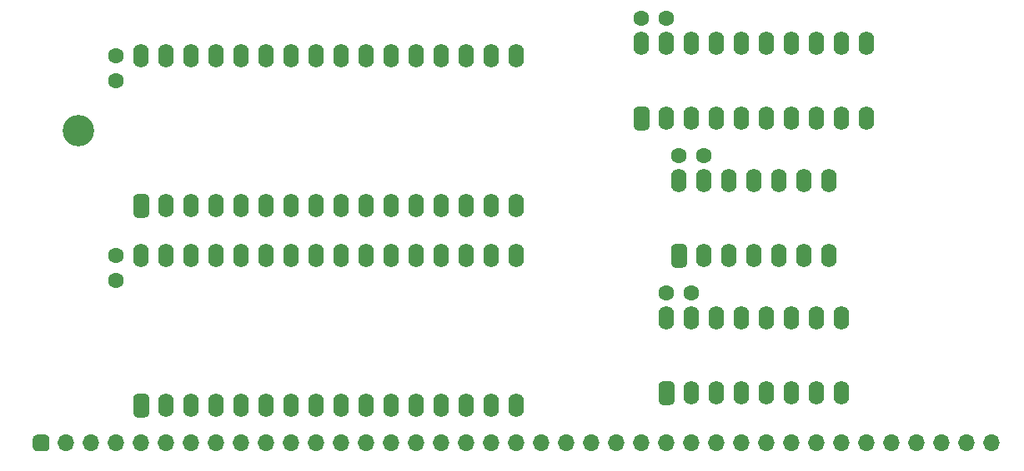
<source format=gbr>
%TF.GenerationSoftware,KiCad,Pcbnew,(5.1.9)-1*%
%TF.CreationDate,2021-02-14T12:45:00-08:00*%
%TF.ProjectId,rc-640k,72632d36-3430-46b2-9e6b-696361645f70,rev?*%
%TF.SameCoordinates,PX9157080PY9071968*%
%TF.FileFunction,Soldermask,Top*%
%TF.FilePolarity,Negative*%
%FSLAX46Y46*%
G04 Gerber Fmt 4.6, Leading zero omitted, Abs format (unit mm)*
G04 Created by KiCad (PCBNEW (5.1.9)-1) date 2021-02-14 12:45:00*
%MOMM*%
%LPD*%
G01*
G04 APERTURE LIST*
%ADD10O,1.700000X1.700000*%
%ADD11O,1.600000X2.400000*%
%ADD12C,1.600000*%
%ADD13C,3.200000*%
G04 APERTURE END LIST*
D10*
%TO.C,J1*%
X97790000Y1600200D03*
X95250000Y1600200D03*
X92710000Y1600200D03*
X90170000Y1600200D03*
X87630000Y1600200D03*
X85090000Y1600200D03*
X82550000Y1600200D03*
X80010000Y1600200D03*
X77470000Y1600200D03*
X74930000Y1600200D03*
X72390000Y1600200D03*
X69850000Y1600200D03*
X67310000Y1600200D03*
X64770000Y1600200D03*
X62230000Y1600200D03*
X59690000Y1600200D03*
X57150000Y1600200D03*
X54610000Y1600200D03*
X52070000Y1600200D03*
X49530000Y1600200D03*
X46990000Y1600200D03*
X44450000Y1600200D03*
X41910000Y1600200D03*
X39370000Y1600200D03*
X36830000Y1600200D03*
X34290000Y1600200D03*
X31750000Y1600200D03*
X29210000Y1600200D03*
X26670000Y1600200D03*
X24130000Y1600200D03*
X21590000Y1600200D03*
X19050000Y1600200D03*
X16510000Y1600200D03*
X13970000Y1600200D03*
X11430000Y1600200D03*
X8890000Y1600200D03*
X6350000Y1600200D03*
X3810000Y1600200D03*
G36*
G01*
X1695000Y750200D02*
X845000Y750200D01*
G75*
G02*
X420000Y1175200I0J425000D01*
G01*
X420000Y2025200D01*
G75*
G02*
X845000Y2450200I425000J0D01*
G01*
X1695000Y2450200D01*
G75*
G02*
X2120000Y2025200I0J-425000D01*
G01*
X2120000Y1175200D01*
G75*
G02*
X1695000Y750200I-425000J0D01*
G01*
G37*
%TD*%
D11*
%TO.C,U5*%
X66040000Y28270200D03*
X81280000Y20650200D03*
X68580000Y28270200D03*
X78740000Y20650200D03*
X71120000Y28270200D03*
X76200000Y20650200D03*
X73660000Y28270200D03*
X73660000Y20650200D03*
X76200000Y28270200D03*
X71120000Y20650200D03*
X78740000Y28270200D03*
X68580000Y20650200D03*
X81280000Y28270200D03*
G36*
G01*
X66440000Y19450200D02*
X65640000Y19450200D01*
G75*
G02*
X65240000Y19850200I0J400000D01*
G01*
X65240000Y21450200D01*
G75*
G02*
X65640000Y21850200I400000J0D01*
G01*
X66440000Y21850200D01*
G75*
G02*
X66840000Y21450200I0J-400000D01*
G01*
X66840000Y19850200D01*
G75*
G02*
X66440000Y19450200I-400000J0D01*
G01*
G37*
%TD*%
%TO.C,U1*%
X11430000Y40970200D03*
X49530000Y25730200D03*
X13970000Y40970200D03*
X46990000Y25730200D03*
X16510000Y40970200D03*
X44450000Y25730200D03*
X19050000Y40970200D03*
X41910000Y25730200D03*
X21590000Y40970200D03*
X39370000Y25730200D03*
X24130000Y40970200D03*
X36830000Y25730200D03*
X26670000Y40970200D03*
X34290000Y25730200D03*
X29210000Y40970200D03*
X31750000Y25730200D03*
X31750000Y40970200D03*
X29210000Y25730200D03*
X34290000Y40970200D03*
X26670000Y25730200D03*
X36830000Y40970200D03*
X24130000Y25730200D03*
X39370000Y40970200D03*
X21590000Y25730200D03*
X41910000Y40970200D03*
X19050000Y25730200D03*
X44450000Y40970200D03*
X16510000Y25730200D03*
X46990000Y40970200D03*
X13970000Y25730200D03*
X49530000Y40970200D03*
G36*
G01*
X11830000Y24530200D02*
X11030000Y24530200D01*
G75*
G02*
X10630000Y24930200I0J400000D01*
G01*
X10630000Y26530200D01*
G75*
G02*
X11030000Y26930200I400000J0D01*
G01*
X11830000Y26930200D01*
G75*
G02*
X12230000Y26530200I0J-400000D01*
G01*
X12230000Y24930200D01*
G75*
G02*
X11830000Y24530200I-400000J0D01*
G01*
G37*
%TD*%
%TO.C,U4*%
X64770000Y14300200D03*
X82550000Y6680200D03*
X67310000Y14300200D03*
X80010000Y6680200D03*
X69850000Y14300200D03*
X77470000Y6680200D03*
X72390000Y14300200D03*
X74930000Y6680200D03*
X74930000Y14300200D03*
X72390000Y6680200D03*
X77470000Y14300200D03*
X69850000Y6680200D03*
X80010000Y14300200D03*
X67310000Y6680200D03*
X82550000Y14300200D03*
G36*
G01*
X65170000Y5480200D02*
X64370000Y5480200D01*
G75*
G02*
X63970000Y5880200I0J400000D01*
G01*
X63970000Y7480200D01*
G75*
G02*
X64370000Y7880200I400000J0D01*
G01*
X65170000Y7880200D01*
G75*
G02*
X65570000Y7480200I0J-400000D01*
G01*
X65570000Y5880200D01*
G75*
G02*
X65170000Y5480200I-400000J0D01*
G01*
G37*
%TD*%
%TO.C,U3*%
X62230000Y42240200D03*
X85090000Y34620200D03*
X64770000Y42240200D03*
X82550000Y34620200D03*
X67310000Y42240200D03*
X80010000Y34620200D03*
X69850000Y42240200D03*
X77470000Y34620200D03*
X72390000Y42240200D03*
X74930000Y34620200D03*
X74930000Y42240200D03*
X72390000Y34620200D03*
X77470000Y42240200D03*
X69850000Y34620200D03*
X80010000Y42240200D03*
X67310000Y34620200D03*
X82550000Y42240200D03*
X64770000Y34620200D03*
X85090000Y42240200D03*
G36*
G01*
X62630000Y33420200D02*
X61830000Y33420200D01*
G75*
G02*
X61430000Y33820200I0J400000D01*
G01*
X61430000Y35420200D01*
G75*
G02*
X61830000Y35820200I400000J0D01*
G01*
X62630000Y35820200D01*
G75*
G02*
X63030000Y35420200I0J-400000D01*
G01*
X63030000Y33820200D01*
G75*
G02*
X62630000Y33420200I-400000J0D01*
G01*
G37*
%TD*%
%TO.C,U2*%
X11430000Y20650200D03*
X49530000Y5410200D03*
X13970000Y20650200D03*
X46990000Y5410200D03*
X16510000Y20650200D03*
X44450000Y5410200D03*
X19050000Y20650200D03*
X41910000Y5410200D03*
X21590000Y20650200D03*
X39370000Y5410200D03*
X24130000Y20650200D03*
X36830000Y5410200D03*
X26670000Y20650200D03*
X34290000Y5410200D03*
X29210000Y20650200D03*
X31750000Y5410200D03*
X31750000Y20650200D03*
X29210000Y5410200D03*
X34290000Y20650200D03*
X26670000Y5410200D03*
X36830000Y20650200D03*
X24130000Y5410200D03*
X39370000Y20650200D03*
X21590000Y5410200D03*
X41910000Y20650200D03*
X19050000Y5410200D03*
X44450000Y20650200D03*
X16510000Y5410200D03*
X46990000Y20650200D03*
X13970000Y5410200D03*
X49530000Y20650200D03*
G36*
G01*
X11830000Y4210200D02*
X11030000Y4210200D01*
G75*
G02*
X10630000Y4610200I0J400000D01*
G01*
X10630000Y6210200D01*
G75*
G02*
X11030000Y6610200I400000J0D01*
G01*
X11830000Y6610200D01*
G75*
G02*
X12230000Y6210200I0J-400000D01*
G01*
X12230000Y4610200D01*
G75*
G02*
X11830000Y4210200I-400000J0D01*
G01*
G37*
%TD*%
D12*
%TO.C,C5*%
X66040000Y30810200D03*
X68540000Y30810200D03*
%TD*%
%TO.C,C4*%
X64770000Y16840200D03*
X67270000Y16840200D03*
%TD*%
%TO.C,C3*%
X62230000Y44780200D03*
X64730000Y44780200D03*
%TD*%
%TO.C,C2*%
X8890000Y18150200D03*
X8890000Y20650200D03*
%TD*%
%TO.C,C1*%
X8890000Y38470200D03*
X8890000Y40970200D03*
%TD*%
D13*
%TO.C,*%
X5080000Y33350200D03*
%TD*%
M02*

</source>
